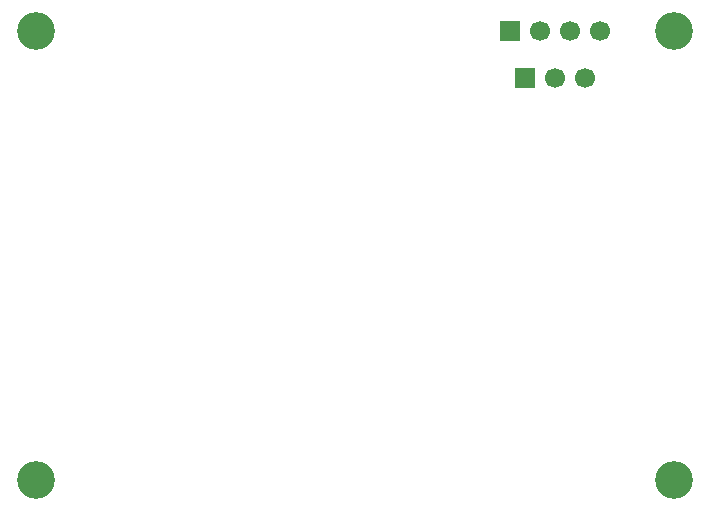
<source format=gbs>
G04 #@! TF.GenerationSoftware,KiCad,Pcbnew,9.0.1*
G04 #@! TF.CreationDate,2025-05-07T20:37:22+02:00*
G04 #@! TF.ProjectId,resistive-BMS-4s,72657369-7374-4697-9665-2d424d532d34,rev?*
G04 #@! TF.SameCoordinates,Original*
G04 #@! TF.FileFunction,Soldermask,Bot*
G04 #@! TF.FilePolarity,Negative*
%FSLAX46Y46*%
G04 Gerber Fmt 4.6, Leading zero omitted, Abs format (unit mm)*
G04 Created by KiCad (PCBNEW 9.0.1) date 2025-05-07 20:37:22*
%MOMM*%
%LPD*%
G01*
G04 APERTURE LIST*
%ADD10R,1.700000X1.700000*%
%ADD11C,1.700000*%
%ADD12C,3.200000*%
G04 APERTURE END LIST*
D10*
X113190000Y-81000000D03*
D11*
X115730000Y-81000000D03*
X118270000Y-81000000D03*
X120810000Y-81000000D03*
D12*
X127000000Y-119000000D03*
X73000000Y-81000000D03*
X127000000Y-81000000D03*
D10*
X114460000Y-85000000D03*
D11*
X117000000Y-85000000D03*
X119540000Y-85000000D03*
D12*
X73000000Y-119000000D03*
M02*

</source>
